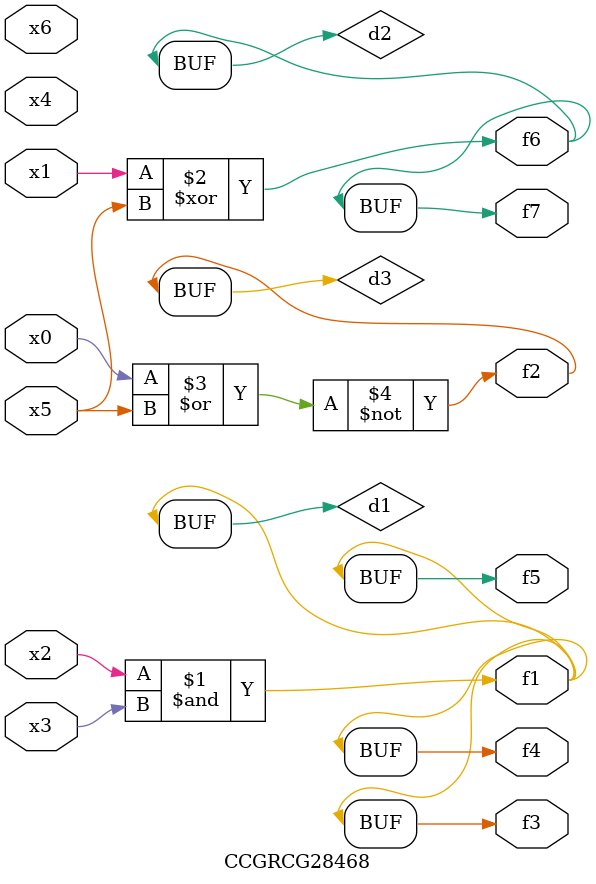
<source format=v>
module CCGRCG28468(
	input x0, x1, x2, x3, x4, x5, x6,
	output f1, f2, f3, f4, f5, f6, f7
);

	wire d1, d2, d3;

	and (d1, x2, x3);
	xor (d2, x1, x5);
	nor (d3, x0, x5);
	assign f1 = d1;
	assign f2 = d3;
	assign f3 = d1;
	assign f4 = d1;
	assign f5 = d1;
	assign f6 = d2;
	assign f7 = d2;
endmodule

</source>
